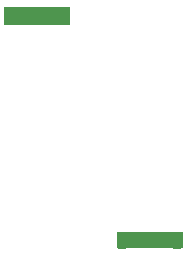
<source format=gts>
G04*
G04 #@! TF.GenerationSoftware,Altium Limited,Altium Designer,20.0.13 (296)*
G04*
G04 Layer_Color=3999577*
%FSLAX44Y44*%
%MOMM*%
G71*
G01*
G75*
%ADD11R,5.5500X1.5879*%
%ADD12R,5.5500X1.4447*%
%ADD13R,0.4516X1.4516*%
%ADD14R,0.8016X1.2016*%
%ADD15R,0.9016X1.6016*%
D11*
X358688Y618578D02*
D03*
D12*
X454250Y428223D02*
D03*
D13*
X447000Y428500D02*
D03*
X466812D02*
D03*
X460208D02*
D03*
X453604D02*
D03*
X440396D02*
D03*
D14*
X430604Y427000D02*
D03*
X476604D02*
D03*
D15*
X377640Y617982D02*
D03*
X364640D02*
D03*
X351640Y617982D02*
D03*
X338640D02*
D03*
M02*

</source>
